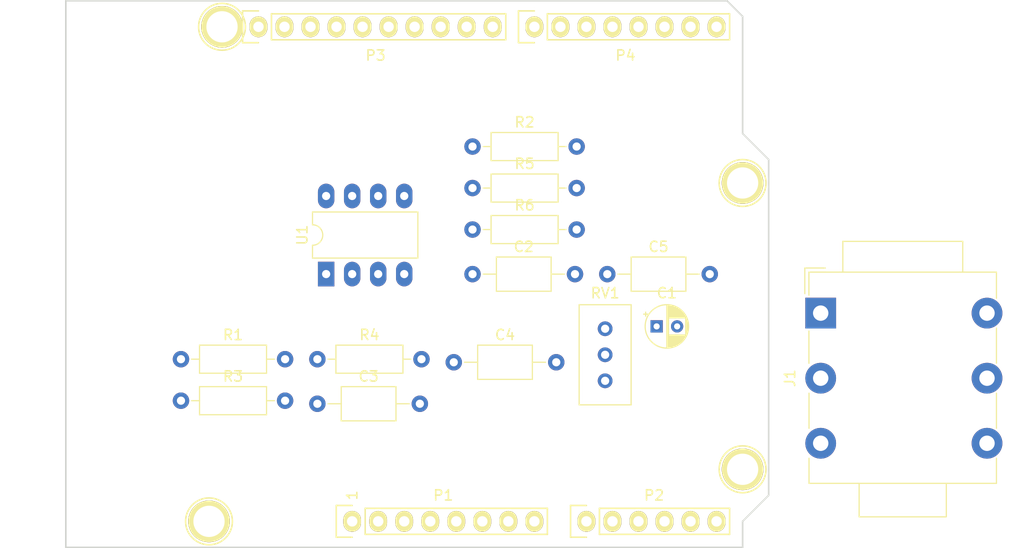
<source format=kicad_pcb>
(kicad_pcb (version 20171130) (host pcbnew "(5.1.4)-1")

  (general
    (thickness 1.6)
    (drawings 27)
    (tracks 0)
    (zones 0)
    (modules 22)
    (nets 43)
  )

  (page A4)
  (title_block
    (date "lun. 30 mars 2015")
  )

  (layers
    (0 F.Cu signal)
    (31 B.Cu signal)
    (32 B.Adhes user)
    (33 F.Adhes user)
    (34 B.Paste user)
    (35 F.Paste user)
    (36 B.SilkS user)
    (37 F.SilkS user)
    (38 B.Mask user)
    (39 F.Mask user)
    (40 Dwgs.User user)
    (41 Cmts.User user)
    (42 Eco1.User user)
    (43 Eco2.User user)
    (44 Edge.Cuts user)
    (45 Margin user)
    (46 B.CrtYd user)
    (47 F.CrtYd user)
    (48 B.Fab user)
    (49 F.Fab user)
  )

  (setup
    (last_trace_width 0.25)
    (trace_clearance 0.2)
    (zone_clearance 0.508)
    (zone_45_only no)
    (trace_min 0.2)
    (via_size 0.6)
    (via_drill 0.4)
    (via_min_size 0.4)
    (via_min_drill 0.3)
    (uvia_size 0.3)
    (uvia_drill 0.1)
    (uvias_allowed no)
    (uvia_min_size 0.2)
    (uvia_min_drill 0.1)
    (edge_width 0.15)
    (segment_width 0.15)
    (pcb_text_width 0.3)
    (pcb_text_size 1.5 1.5)
    (mod_edge_width 0.15)
    (mod_text_size 1 1)
    (mod_text_width 0.15)
    (pad_size 3 3)
    (pad_drill 1.5)
    (pad_to_mask_clearance 0)
    (aux_axis_origin 110.998 126.365)
    (grid_origin 110.998 126.365)
    (visible_elements 7FFFFFFF)
    (pcbplotparams
      (layerselection 0x00030_80000001)
      (usegerberextensions false)
      (usegerberattributes false)
      (usegerberadvancedattributes false)
      (creategerberjobfile false)
      (excludeedgelayer true)
      (linewidth 0.100000)
      (plotframeref false)
      (viasonmask false)
      (mode 1)
      (useauxorigin false)
      (hpglpennumber 1)
      (hpglpenspeed 20)
      (hpglpendiameter 15.000000)
      (psnegative false)
      (psa4output false)
      (plotreference true)
      (plotvalue true)
      (plotinvisibletext false)
      (padsonsilk false)
      (subtractmaskfromsilk false)
      (outputformat 1)
      (mirror false)
      (drillshape 1)
      (scaleselection 1)
      (outputdirectory ""))
  )

  (net 0 "")
  (net 1 /IOREF)
  (net 2 /Reset)
  (net 3 +5V)
  (net 4 GND)
  (net 5 /Vin)
  (net 6 /A0)
  (net 7 /A1)
  (net 8 /A2)
  (net 9 /A3)
  (net 10 /AREF)
  (net 11 "/A4(SDA)")
  (net 12 "/A5(SCL)")
  (net 13 "/9(**)")
  (net 14 /8)
  (net 15 /7)
  (net 16 "/6(**)")
  (net 17 "/5(**)")
  (net 18 /4)
  (net 19 "/3(**)")
  (net 20 /2)
  (net 21 "/1(Tx)")
  (net 22 "/0(Rx)")
  (net 23 "Net-(P5-Pad1)")
  (net 24 "Net-(P6-Pad1)")
  (net 25 "Net-(P7-Pad1)")
  (net 26 "Net-(P8-Pad1)")
  (net 27 "/13(SCK)")
  (net 28 "/10(**/SS)")
  (net 29 "Net-(P1-Pad1)")
  (net 30 +3V3)
  (net 31 "/12(MISO)")
  (net 32 "/11(**/MOSI)")
  (net 33 "Net-(C1-Pad1)")
  (net 34 "Net-(C2-Pad1)")
  (net 35 /FX_In)
  (net 36 "Net-(C3-Pad2)")
  (net 37 "Net-(C4-Pad2)")
  (net 38 "Net-(C4-Pad1)")
  (net 39 "Net-(R2-Pad1)")
  (net 40 VCC)
  (net 41 +2V5)
  (net 42 /Input_Jack)

  (net_class Default "This is the default net class."
    (clearance 0.2)
    (trace_width 0.25)
    (via_dia 0.6)
    (via_drill 0.4)
    (uvia_dia 0.3)
    (uvia_drill 0.1)
    (add_net +2V5)
    (add_net +3V3)
    (add_net +5V)
    (add_net "/0(Rx)")
    (add_net "/1(Tx)")
    (add_net "/10(**/SS)")
    (add_net "/11(**/MOSI)")
    (add_net "/12(MISO)")
    (add_net "/13(SCK)")
    (add_net /2)
    (add_net "/3(**)")
    (add_net /4)
    (add_net "/5(**)")
    (add_net "/6(**)")
    (add_net /7)
    (add_net /8)
    (add_net "/9(**)")
    (add_net /A0)
    (add_net /A1)
    (add_net /A2)
    (add_net /A3)
    (add_net "/A4(SDA)")
    (add_net "/A5(SCL)")
    (add_net /AREF)
    (add_net /FX_In)
    (add_net /IOREF)
    (add_net /Input_Jack)
    (add_net /Reset)
    (add_net /Vin)
    (add_net GND)
    (add_net "Net-(C1-Pad1)")
    (add_net "Net-(C2-Pad1)")
    (add_net "Net-(C3-Pad2)")
    (add_net "Net-(C4-Pad1)")
    (add_net "Net-(C4-Pad2)")
    (add_net "Net-(P1-Pad1)")
    (add_net "Net-(P5-Pad1)")
    (add_net "Net-(P6-Pad1)")
    (add_net "Net-(P7-Pad1)")
    (add_net "Net-(P8-Pad1)")
    (add_net "Net-(R2-Pad1)")
    (add_net VCC)
  )

  (module Socket_Arduino_Uno:Socket_Strip_Arduino_1x08 locked (layer F.Cu) (tedit 552168D2) (tstamp 551AF9EA)
    (at 138.938 123.825)
    (descr "Through hole socket strip")
    (tags "socket strip")
    (path /56D70129)
    (fp_text reference P1 (at 8.89 -2.54) (layer F.SilkS)
      (effects (font (size 1 1) (thickness 0.15)))
    )
    (fp_text value Power (at 8.89 -4.064) (layer F.Fab)
      (effects (font (size 1 1) (thickness 0.15)))
    )
    (fp_line (start -1.75 -1.75) (end -1.75 1.75) (layer F.CrtYd) (width 0.05))
    (fp_line (start 19.55 -1.75) (end 19.55 1.75) (layer F.CrtYd) (width 0.05))
    (fp_line (start -1.75 -1.75) (end 19.55 -1.75) (layer F.CrtYd) (width 0.05))
    (fp_line (start -1.75 1.75) (end 19.55 1.75) (layer F.CrtYd) (width 0.05))
    (fp_line (start 1.27 1.27) (end 19.05 1.27) (layer F.SilkS) (width 0.15))
    (fp_line (start 19.05 1.27) (end 19.05 -1.27) (layer F.SilkS) (width 0.15))
    (fp_line (start 19.05 -1.27) (end 1.27 -1.27) (layer F.SilkS) (width 0.15))
    (fp_line (start -1.55 1.55) (end 0 1.55) (layer F.SilkS) (width 0.15))
    (fp_line (start 1.27 1.27) (end 1.27 -1.27) (layer F.SilkS) (width 0.15))
    (fp_line (start 0 -1.55) (end -1.55 -1.55) (layer F.SilkS) (width 0.15))
    (fp_line (start -1.55 -1.55) (end -1.55 1.55) (layer F.SilkS) (width 0.15))
    (pad 1 thru_hole oval (at 0 0) (size 1.7272 2.032) (drill 1.016) (layers *.Cu *.Mask F.SilkS)
      (net 29 "Net-(P1-Pad1)"))
    (pad 2 thru_hole oval (at 2.54 0) (size 1.7272 2.032) (drill 1.016) (layers *.Cu *.Mask F.SilkS)
      (net 1 /IOREF))
    (pad 3 thru_hole oval (at 5.08 0) (size 1.7272 2.032) (drill 1.016) (layers *.Cu *.Mask F.SilkS)
      (net 2 /Reset))
    (pad 4 thru_hole oval (at 7.62 0) (size 1.7272 2.032) (drill 1.016) (layers *.Cu *.Mask F.SilkS)
      (net 30 +3V3))
    (pad 5 thru_hole oval (at 10.16 0) (size 1.7272 2.032) (drill 1.016) (layers *.Cu *.Mask F.SilkS)
      (net 3 +5V))
    (pad 6 thru_hole oval (at 12.7 0) (size 1.7272 2.032) (drill 1.016) (layers *.Cu *.Mask F.SilkS)
      (net 4 GND))
    (pad 7 thru_hole oval (at 15.24 0) (size 1.7272 2.032) (drill 1.016) (layers *.Cu *.Mask F.SilkS)
      (net 4 GND))
    (pad 8 thru_hole oval (at 17.78 0) (size 1.7272 2.032) (drill 1.016) (layers *.Cu *.Mask F.SilkS)
      (net 5 /Vin))
    (model ${KIPRJMOD}/Socket_Arduino_Uno.3dshapes/Socket_header_Arduino_1x08.wrl
      (offset (xyz 8.889999866485596 0 0))
      (scale (xyz 1 1 1))
      (rotate (xyz 0 0 180))
    )
  )

  (module Socket_Arduino_Uno:Socket_Strip_Arduino_1x06 locked (layer F.Cu) (tedit 552168D6) (tstamp 551AF9FF)
    (at 161.798 123.825)
    (descr "Through hole socket strip")
    (tags "socket strip")
    (path /56D70DD8)
    (fp_text reference P2 (at 6.604 -2.54) (layer F.SilkS)
      (effects (font (size 1 1) (thickness 0.15)))
    )
    (fp_text value Analog (at 6.604 -4.064) (layer F.Fab)
      (effects (font (size 1 1) (thickness 0.15)))
    )
    (fp_line (start -1.75 -1.75) (end -1.75 1.75) (layer F.CrtYd) (width 0.05))
    (fp_line (start 14.45 -1.75) (end 14.45 1.75) (layer F.CrtYd) (width 0.05))
    (fp_line (start -1.75 -1.75) (end 14.45 -1.75) (layer F.CrtYd) (width 0.05))
    (fp_line (start -1.75 1.75) (end 14.45 1.75) (layer F.CrtYd) (width 0.05))
    (fp_line (start 1.27 1.27) (end 13.97 1.27) (layer F.SilkS) (width 0.15))
    (fp_line (start 13.97 1.27) (end 13.97 -1.27) (layer F.SilkS) (width 0.15))
    (fp_line (start 13.97 -1.27) (end 1.27 -1.27) (layer F.SilkS) (width 0.15))
    (fp_line (start -1.55 1.55) (end 0 1.55) (layer F.SilkS) (width 0.15))
    (fp_line (start 1.27 1.27) (end 1.27 -1.27) (layer F.SilkS) (width 0.15))
    (fp_line (start 0 -1.55) (end -1.55 -1.55) (layer F.SilkS) (width 0.15))
    (fp_line (start -1.55 -1.55) (end -1.55 1.55) (layer F.SilkS) (width 0.15))
    (pad 1 thru_hole oval (at 0 0) (size 1.7272 2.032) (drill 1.016) (layers *.Cu *.Mask F.SilkS)
      (net 6 /A0))
    (pad 2 thru_hole oval (at 2.54 0) (size 1.7272 2.032) (drill 1.016) (layers *.Cu *.Mask F.SilkS)
      (net 7 /A1))
    (pad 3 thru_hole oval (at 5.08 0) (size 1.7272 2.032) (drill 1.016) (layers *.Cu *.Mask F.SilkS)
      (net 8 /A2))
    (pad 4 thru_hole oval (at 7.62 0) (size 1.7272 2.032) (drill 1.016) (layers *.Cu *.Mask F.SilkS)
      (net 9 /A3))
    (pad 5 thru_hole oval (at 10.16 0) (size 1.7272 2.032) (drill 1.016) (layers *.Cu *.Mask F.SilkS)
      (net 11 "/A4(SDA)"))
    (pad 6 thru_hole oval (at 12.7 0) (size 1.7272 2.032) (drill 1.016) (layers *.Cu *.Mask F.SilkS)
      (net 12 "/A5(SCL)"))
    (model ${KIPRJMOD}/Socket_Arduino_Uno.3dshapes/Socket_header_Arduino_1x06.wrl
      (offset (xyz 6.349999904632568 0 0))
      (scale (xyz 1 1 1))
      (rotate (xyz 0 0 180))
    )
  )

  (module Socket_Arduino_Uno:Socket_Strip_Arduino_1x10 locked (layer F.Cu) (tedit 552168BF) (tstamp 551AFA18)
    (at 129.794 75.565)
    (descr "Through hole socket strip")
    (tags "socket strip")
    (path /56D721E0)
    (fp_text reference P3 (at 11.43 2.794) (layer F.SilkS)
      (effects (font (size 1 1) (thickness 0.15)))
    )
    (fp_text value Digital (at 11.43 4.318) (layer F.Fab)
      (effects (font (size 1 1) (thickness 0.15)))
    )
    (fp_line (start -1.75 -1.75) (end -1.75 1.75) (layer F.CrtYd) (width 0.05))
    (fp_line (start 24.65 -1.75) (end 24.65 1.75) (layer F.CrtYd) (width 0.05))
    (fp_line (start -1.75 -1.75) (end 24.65 -1.75) (layer F.CrtYd) (width 0.05))
    (fp_line (start -1.75 1.75) (end 24.65 1.75) (layer F.CrtYd) (width 0.05))
    (fp_line (start 1.27 1.27) (end 24.13 1.27) (layer F.SilkS) (width 0.15))
    (fp_line (start 24.13 1.27) (end 24.13 -1.27) (layer F.SilkS) (width 0.15))
    (fp_line (start 24.13 -1.27) (end 1.27 -1.27) (layer F.SilkS) (width 0.15))
    (fp_line (start -1.55 1.55) (end 0 1.55) (layer F.SilkS) (width 0.15))
    (fp_line (start 1.27 1.27) (end 1.27 -1.27) (layer F.SilkS) (width 0.15))
    (fp_line (start 0 -1.55) (end -1.55 -1.55) (layer F.SilkS) (width 0.15))
    (fp_line (start -1.55 -1.55) (end -1.55 1.55) (layer F.SilkS) (width 0.15))
    (pad 1 thru_hole oval (at 0 0) (size 1.7272 2.032) (drill 1.016) (layers *.Cu *.Mask F.SilkS)
      (net 12 "/A5(SCL)"))
    (pad 2 thru_hole oval (at 2.54 0) (size 1.7272 2.032) (drill 1.016) (layers *.Cu *.Mask F.SilkS)
      (net 11 "/A4(SDA)"))
    (pad 3 thru_hole oval (at 5.08 0) (size 1.7272 2.032) (drill 1.016) (layers *.Cu *.Mask F.SilkS)
      (net 10 /AREF))
    (pad 4 thru_hole oval (at 7.62 0) (size 1.7272 2.032) (drill 1.016) (layers *.Cu *.Mask F.SilkS)
      (net 4 GND))
    (pad 5 thru_hole oval (at 10.16 0) (size 1.7272 2.032) (drill 1.016) (layers *.Cu *.Mask F.SilkS)
      (net 27 "/13(SCK)"))
    (pad 6 thru_hole oval (at 12.7 0) (size 1.7272 2.032) (drill 1.016) (layers *.Cu *.Mask F.SilkS)
      (net 31 "/12(MISO)"))
    (pad 7 thru_hole oval (at 15.24 0) (size 1.7272 2.032) (drill 1.016) (layers *.Cu *.Mask F.SilkS)
      (net 32 "/11(**/MOSI)"))
    (pad 8 thru_hole oval (at 17.78 0) (size 1.7272 2.032) (drill 1.016) (layers *.Cu *.Mask F.SilkS)
      (net 28 "/10(**/SS)"))
    (pad 9 thru_hole oval (at 20.32 0) (size 1.7272 2.032) (drill 1.016) (layers *.Cu *.Mask F.SilkS)
      (net 13 "/9(**)"))
    (pad 10 thru_hole oval (at 22.86 0) (size 1.7272 2.032) (drill 1.016) (layers *.Cu *.Mask F.SilkS)
      (net 14 /8))
    (model ${KIPRJMOD}/Socket_Arduino_Uno.3dshapes/Socket_header_Arduino_1x10.wrl
      (offset (xyz 11.42999982833862 0 0))
      (scale (xyz 1 1 1))
      (rotate (xyz 0 0 180))
    )
  )

  (module Socket_Arduino_Uno:Socket_Strip_Arduino_1x08 locked (layer F.Cu) (tedit 552168C7) (tstamp 551AFA2F)
    (at 156.718 75.565)
    (descr "Through hole socket strip")
    (tags "socket strip")
    (path /56D7164F)
    (fp_text reference P4 (at 8.89 2.794) (layer F.SilkS)
      (effects (font (size 1 1) (thickness 0.15)))
    )
    (fp_text value Digital (at 8.89 4.318) (layer F.Fab)
      (effects (font (size 1 1) (thickness 0.15)))
    )
    (fp_line (start -1.75 -1.75) (end -1.75 1.75) (layer F.CrtYd) (width 0.05))
    (fp_line (start 19.55 -1.75) (end 19.55 1.75) (layer F.CrtYd) (width 0.05))
    (fp_line (start -1.75 -1.75) (end 19.55 -1.75) (layer F.CrtYd) (width 0.05))
    (fp_line (start -1.75 1.75) (end 19.55 1.75) (layer F.CrtYd) (width 0.05))
    (fp_line (start 1.27 1.27) (end 19.05 1.27) (layer F.SilkS) (width 0.15))
    (fp_line (start 19.05 1.27) (end 19.05 -1.27) (layer F.SilkS) (width 0.15))
    (fp_line (start 19.05 -1.27) (end 1.27 -1.27) (layer F.SilkS) (width 0.15))
    (fp_line (start -1.55 1.55) (end 0 1.55) (layer F.SilkS) (width 0.15))
    (fp_line (start 1.27 1.27) (end 1.27 -1.27) (layer F.SilkS) (width 0.15))
    (fp_line (start 0 -1.55) (end -1.55 -1.55) (layer F.SilkS) (width 0.15))
    (fp_line (start -1.55 -1.55) (end -1.55 1.55) (layer F.SilkS) (width 0.15))
    (pad 1 thru_hole oval (at 0 0) (size 1.7272 2.032) (drill 1.016) (layers *.Cu *.Mask F.SilkS)
      (net 15 /7))
    (pad 2 thru_hole oval (at 2.54 0) (size 1.7272 2.032) (drill 1.016) (layers *.Cu *.Mask F.SilkS)
      (net 16 "/6(**)"))
    (pad 3 thru_hole oval (at 5.08 0) (size 1.7272 2.032) (drill 1.016) (layers *.Cu *.Mask F.SilkS)
      (net 17 "/5(**)"))
    (pad 4 thru_hole oval (at 7.62 0) (size 1.7272 2.032) (drill 1.016) (layers *.Cu *.Mask F.SilkS)
      (net 18 /4))
    (pad 5 thru_hole oval (at 10.16 0) (size 1.7272 2.032) (drill 1.016) (layers *.Cu *.Mask F.SilkS)
      (net 19 "/3(**)"))
    (pad 6 thru_hole oval (at 12.7 0) (size 1.7272 2.032) (drill 1.016) (layers *.Cu *.Mask F.SilkS)
      (net 20 /2))
    (pad 7 thru_hole oval (at 15.24 0) (size 1.7272 2.032) (drill 1.016) (layers *.Cu *.Mask F.SilkS)
      (net 21 "/1(Tx)"))
    (pad 8 thru_hole oval (at 17.78 0) (size 1.7272 2.032) (drill 1.016) (layers *.Cu *.Mask F.SilkS)
      (net 22 "/0(Rx)"))
    (model ${KIPRJMOD}/Socket_Arduino_Uno.3dshapes/Socket_header_Arduino_1x08.wrl
      (offset (xyz 8.889999866485596 0 0))
      (scale (xyz 1 1 1))
      (rotate (xyz 0 0 180))
    )
  )

  (module Socket_Arduino_Uno:Arduino_1pin locked (layer F.Cu) (tedit 5524FC39) (tstamp 5524FC3F)
    (at 124.968 123.825)
    (descr "module 1 pin (ou trou mecanique de percage)")
    (tags DEV)
    (path /56D71177)
    (fp_text reference P5 (at 0 -3.048) (layer F.SilkS) hide
      (effects (font (size 1 1) (thickness 0.15)))
    )
    (fp_text value CONN_01X01 (at 0 2.794) (layer F.Fab) hide
      (effects (font (size 1 1) (thickness 0.15)))
    )
    (fp_circle (center 0 0) (end 0 -2.286) (layer F.SilkS) (width 0.15))
    (pad 1 thru_hole circle (at 0 0) (size 4.064 4.064) (drill 3.048) (layers *.Cu *.Mask F.SilkS)
      (net 23 "Net-(P5-Pad1)"))
  )

  (module Socket_Arduino_Uno:Arduino_1pin locked (layer F.Cu) (tedit 5524FC4A) (tstamp 5524FC44)
    (at 177.038 118.745)
    (descr "module 1 pin (ou trou mecanique de percage)")
    (tags DEV)
    (path /56D71274)
    (fp_text reference P6 (at 0 -3.048) (layer F.SilkS) hide
      (effects (font (size 1 1) (thickness 0.15)))
    )
    (fp_text value CONN_01X01 (at 0 2.794) (layer F.Fab) hide
      (effects (font (size 1 1) (thickness 0.15)))
    )
    (fp_circle (center 0 0) (end 0 -2.286) (layer F.SilkS) (width 0.15))
    (pad 1 thru_hole circle (at 0 0) (size 4.064 4.064) (drill 3.048) (layers *.Cu *.Mask F.SilkS)
      (net 24 "Net-(P6-Pad1)"))
  )

  (module Socket_Arduino_Uno:Arduino_1pin locked (layer F.Cu) (tedit 5524FC2F) (tstamp 5524FC49)
    (at 126.238 75.565)
    (descr "module 1 pin (ou trou mecanique de percage)")
    (tags DEV)
    (path /56D712A8)
    (fp_text reference P7 (at 0 -3.048) (layer F.SilkS) hide
      (effects (font (size 1 1) (thickness 0.15)))
    )
    (fp_text value CONN_01X01 (at 0 2.794) (layer F.Fab) hide
      (effects (font (size 1 1) (thickness 0.15)))
    )
    (fp_circle (center 0 0) (end 0 -2.286) (layer F.SilkS) (width 0.15))
    (pad 1 thru_hole circle (at 0 0) (size 4.064 4.064) (drill 3.048) (layers *.Cu *.Mask F.SilkS)
      (net 25 "Net-(P7-Pad1)"))
  )

  (module Socket_Arduino_Uno:Arduino_1pin locked (layer F.Cu) (tedit 5524FC41) (tstamp 5524FC4E)
    (at 177.038 90.805)
    (descr "module 1 pin (ou trou mecanique de percage)")
    (tags DEV)
    (path /56D712DB)
    (fp_text reference P8 (at 0 -3.048) (layer F.SilkS) hide
      (effects (font (size 1 1) (thickness 0.15)))
    )
    (fp_text value CONN_01X01 (at 0 2.794) (layer F.Fab) hide
      (effects (font (size 1 1) (thickness 0.15)))
    )
    (fp_circle (center 0 0) (end 0 -2.286) (layer F.SilkS) (width 0.15))
    (pad 1 thru_hole circle (at 0 0) (size 4.064 4.064) (drill 3.048) (layers *.Cu *.Mask F.SilkS)
      (net 26 "Net-(P8-Pad1)"))
  )

  (module Capacitor_THT:CP_Radial_D4.0mm_P2.00mm (layer F.Cu) (tedit 5AE50EF0) (tstamp 5DAD357A)
    (at 168.647802 104.800001)
    (descr "CP, Radial series, Radial, pin pitch=2.00mm, , diameter=4mm, Electrolytic Capacitor")
    (tags "CP Radial series Radial pin pitch 2.00mm  diameter 4mm Electrolytic Capacitor")
    (path /5DB3C83A)
    (fp_text reference C1 (at 1 -3.25) (layer F.SilkS)
      (effects (font (size 1 1) (thickness 0.15)))
    )
    (fp_text value CP1 (at 1 3.25) (layer F.Fab)
      (effects (font (size 1 1) (thickness 0.15)))
    )
    (fp_circle (center 1 0) (end 3 0) (layer F.Fab) (width 0.1))
    (fp_circle (center 1 0) (end 3.12 0) (layer F.SilkS) (width 0.12))
    (fp_circle (center 1 0) (end 3.25 0) (layer F.CrtYd) (width 0.05))
    (fp_line (start -0.702554 -0.8675) (end -0.302554 -0.8675) (layer F.Fab) (width 0.1))
    (fp_line (start -0.502554 -1.0675) (end -0.502554 -0.6675) (layer F.Fab) (width 0.1))
    (fp_line (start 1 -2.08) (end 1 2.08) (layer F.SilkS) (width 0.12))
    (fp_line (start 1.04 -2.08) (end 1.04 2.08) (layer F.SilkS) (width 0.12))
    (fp_line (start 1.08 -2.079) (end 1.08 2.079) (layer F.SilkS) (width 0.12))
    (fp_line (start 1.12 -2.077) (end 1.12 2.077) (layer F.SilkS) (width 0.12))
    (fp_line (start 1.16 -2.074) (end 1.16 2.074) (layer F.SilkS) (width 0.12))
    (fp_line (start 1.2 -2.071) (end 1.2 -0.84) (layer F.SilkS) (width 0.12))
    (fp_line (start 1.2 0.84) (end 1.2 2.071) (layer F.SilkS) (width 0.12))
    (fp_line (start 1.24 -2.067) (end 1.24 -0.84) (layer F.SilkS) (width 0.12))
    (fp_line (start 1.24 0.84) (end 1.24 2.067) (layer F.SilkS) (width 0.12))
    (fp_line (start 1.28 -2.062) (end 1.28 -0.84) (layer F.SilkS) (width 0.12))
    (fp_line (start 1.28 0.84) (end 1.28 2.062) (layer F.SilkS) (width 0.12))
    (fp_line (start 1.32 -2.056) (end 1.32 -0.84) (layer F.SilkS) (width 0.12))
    (fp_line (start 1.32 0.84) (end 1.32 2.056) (layer F.SilkS) (width 0.12))
    (fp_line (start 1.36 -2.05) (end 1.36 -0.84) (layer F.SilkS) (width 0.12))
    (fp_line (start 1.36 0.84) (end 1.36 2.05) (layer F.SilkS) (width 0.12))
    (fp_line (start 1.4 -2.042) (end 1.4 -0.84) (layer F.SilkS) (width 0.12))
    (fp_line (start 1.4 0.84) (end 1.4 2.042) (layer F.SilkS) (width 0.12))
    (fp_line (start 1.44 -2.034) (end 1.44 -0.84) (layer F.SilkS) (width 0.12))
    (fp_line (start 1.44 0.84) (end 1.44 2.034) (layer F.SilkS) (width 0.12))
    (fp_line (start 1.48 -2.025) (end 1.48 -0.84) (layer F.SilkS) (width 0.12))
    (fp_line (start 1.48 0.84) (end 1.48 2.025) (layer F.SilkS) (width 0.12))
    (fp_line (start 1.52 -2.016) (end 1.52 -0.84) (layer F.SilkS) (width 0.12))
    (fp_line (start 1.52 0.84) (end 1.52 2.016) (layer F.SilkS) (width 0.12))
    (fp_line (start 1.56 -2.005) (end 1.56 -0.84) (layer F.SilkS) (width 0.12))
    (fp_line (start 1.56 0.84) (end 1.56 2.005) (layer F.SilkS) (width 0.12))
    (fp_line (start 1.6 -1.994) (end 1.6 -0.84) (layer F.SilkS) (width 0.12))
    (fp_line (start 1.6 0.84) (end 1.6 1.994) (layer F.SilkS) (width 0.12))
    (fp_line (start 1.64 -1.982) (end 1.64 -0.84) (layer F.SilkS) (width 0.12))
    (fp_line (start 1.64 0.84) (end 1.64 1.982) (layer F.SilkS) (width 0.12))
    (fp_line (start 1.68 -1.968) (end 1.68 -0.84) (layer F.SilkS) (width 0.12))
    (fp_line (start 1.68 0.84) (end 1.68 1.968) (layer F.SilkS) (width 0.12))
    (fp_line (start 1.721 -1.954) (end 1.721 -0.84) (layer F.SilkS) (width 0.12))
    (fp_line (start 1.721 0.84) (end 1.721 1.954) (layer F.SilkS) (width 0.12))
    (fp_line (start 1.761 -1.94) (end 1.761 -0.84) (layer F.SilkS) (width 0.12))
    (fp_line (start 1.761 0.84) (end 1.761 1.94) (layer F.SilkS) (width 0.12))
    (fp_line (start 1.801 -1.924) (end 1.801 -0.84) (layer F.SilkS) (width 0.12))
    (fp_line (start 1.801 0.84) (end 1.801 1.924) (layer F.SilkS) (width 0.12))
    (fp_line (start 1.841 -1.907) (end 1.841 -0.84) (layer F.SilkS) (width 0.12))
    (fp_line (start 1.841 0.84) (end 1.841 1.907) (layer F.SilkS) (width 0.12))
    (fp_line (start 1.881 -1.889) (end 1.881 -0.84) (layer F.SilkS) (width 0.12))
    (fp_line (start 1.881 0.84) (end 1.881 1.889) (layer F.SilkS) (width 0.12))
    (fp_line (start 1.921 -1.87) (end 1.921 -0.84) (layer F.SilkS) (width 0.12))
    (fp_line (start 1.921 0.84) (end 1.921 1.87) (layer F.SilkS) (width 0.12))
    (fp_line (start 1.961 -1.851) (end 1.961 -0.84) (layer F.SilkS) (width 0.12))
    (fp_line (start 1.961 0.84) (end 1.961 1.851) (layer F.SilkS) (width 0.12))
    (fp_line (start 2.001 -1.83) (end 2.001 -0.84) (layer F.SilkS) (width 0.12))
    (fp_line (start 2.001 0.84) (end 2.001 1.83) (layer F.SilkS) (width 0.12))
    (fp_line (start 2.041 -1.808) (end 2.041 -0.84) (layer F.SilkS) (width 0.12))
    (fp_line (start 2.041 0.84) (end 2.041 1.808) (layer F.SilkS) (width 0.12))
    (fp_line (start 2.081 -1.785) (end 2.081 -0.84) (layer F.SilkS) (width 0.12))
    (fp_line (start 2.081 0.84) (end 2.081 1.785) (layer F.SilkS) (width 0.12))
    (fp_line (start 2.121 -1.76) (end 2.121 -0.84) (layer F.SilkS) (width 0.12))
    (fp_line (start 2.121 0.84) (end 2.121 1.76) (layer F.SilkS) (width 0.12))
    (fp_line (start 2.161 -1.735) (end 2.161 -0.84) (layer F.SilkS) (width 0.12))
    (fp_line (start 2.161 0.84) (end 2.161 1.735) (layer F.SilkS) (width 0.12))
    (fp_line (start 2.201 -1.708) (end 2.201 -0.84) (layer F.SilkS) (width 0.12))
    (fp_line (start 2.201 0.84) (end 2.201 1.708) (layer F.SilkS) (width 0.12))
    (fp_line (start 2.241 -1.68) (end 2.241 -0.84) (layer F.SilkS) (width 0.12))
    (fp_line (start 2.241 0.84) (end 2.241 1.68) (layer F.SilkS) (width 0.12))
    (fp_line (start 2.281 -1.65) (end 2.281 -0.84) (layer F.SilkS) (width 0.12))
    (fp_line (start 2.281 0.84) (end 2.281 1.65) (layer F.SilkS) (width 0.12))
    (fp_line (start 2.321 -1.619) (end 2.321 -0.84) (layer F.SilkS) (width 0.12))
    (fp_line (start 2.321 0.84) (end 2.321 1.619) (layer F.SilkS) (width 0.12))
    (fp_line (start 2.361 -1.587) (end 2.361 -0.84) (layer F.SilkS) (width 0.12))
    (fp_line (start 2.361 0.84) (end 2.361 1.587) (layer F.SilkS) (width 0.12))
    (fp_line (start 2.401 -1.552) (end 2.401 -0.84) (layer F.SilkS) (width 0.12))
    (fp_line (start 2.401 0.84) (end 2.401 1.552) (layer F.SilkS) (width 0.12))
    (fp_line (start 2.441 -1.516) (end 2.441 -0.84) (layer F.SilkS) (width 0.12))
    (fp_line (start 2.441 0.84) (end 2.441 1.516) (layer F.SilkS) (width 0.12))
    (fp_line (start 2.481 -1.478) (end 2.481 -0.84) (layer F.SilkS) (width 0.12))
    (fp_line (start 2.481 0.84) (end 2.481 1.478) (layer F.SilkS) (width 0.12))
    (fp_line (start 2.521 -1.438) (end 2.521 -0.84) (layer F.SilkS) (width 0.12))
    (fp_line (start 2.521 0.84) (end 2.521 1.438) (layer F.SilkS) (width 0.12))
    (fp_line (start 2.561 -1.396) (end 2.561 -0.84) (layer F.SilkS) (width 0.12))
    (fp_line (start 2.561 0.84) (end 2.561 1.396) (layer F.SilkS) (width 0.12))
    (fp_line (start 2.601 -1.351) (end 2.601 -0.84) (layer F.SilkS) (width 0.12))
    (fp_line (start 2.601 0.84) (end 2.601 1.351) (layer F.SilkS) (width 0.12))
    (fp_line (start 2.641 -1.304) (end 2.641 -0.84) (layer F.SilkS) (width 0.12))
    (fp_line (start 2.641 0.84) (end 2.641 1.304) (layer F.SilkS) (width 0.12))
    (fp_line (start 2.681 -1.254) (end 2.681 -0.84) (layer F.SilkS) (width 0.12))
    (fp_line (start 2.681 0.84) (end 2.681 1.254) (layer F.SilkS) (width 0.12))
    (fp_line (start 2.721 -1.2) (end 2.721 -0.84) (layer F.SilkS) (width 0.12))
    (fp_line (start 2.721 0.84) (end 2.721 1.2) (layer F.SilkS) (width 0.12))
    (fp_line (start 2.761 -1.142) (end 2.761 -0.84) (layer F.SilkS) (width 0.12))
    (fp_line (start 2.761 0.84) (end 2.761 1.142) (layer F.SilkS) (width 0.12))
    (fp_line (start 2.801 -1.08) (end 2.801 -0.84) (layer F.SilkS) (width 0.12))
    (fp_line (start 2.801 0.84) (end 2.801 1.08) (layer F.SilkS) (width 0.12))
    (fp_line (start 2.841 -1.013) (end 2.841 1.013) (layer F.SilkS) (width 0.12))
    (fp_line (start 2.881 -0.94) (end 2.881 0.94) (layer F.SilkS) (width 0.12))
    (fp_line (start 2.921 -0.859) (end 2.921 0.859) (layer F.SilkS) (width 0.12))
    (fp_line (start 2.961 -0.768) (end 2.961 0.768) (layer F.SilkS) (width 0.12))
    (fp_line (start 3.001 -0.664) (end 3.001 0.664) (layer F.SilkS) (width 0.12))
    (fp_line (start 3.041 -0.537) (end 3.041 0.537) (layer F.SilkS) (width 0.12))
    (fp_line (start 3.081 -0.37) (end 3.081 0.37) (layer F.SilkS) (width 0.12))
    (fp_line (start -1.269801 -1.195) (end -0.869801 -1.195) (layer F.SilkS) (width 0.12))
    (fp_line (start -1.069801 -1.395) (end -1.069801 -0.995) (layer F.SilkS) (width 0.12))
    (fp_text user %R (at 1 0) (layer F.Fab)
      (effects (font (size 0.8 0.8) (thickness 0.12)))
    )
    (pad 1 thru_hole rect (at 0 0) (size 1.2 1.2) (drill 0.6) (layers *.Cu *.Mask)
      (net 33 "Net-(C1-Pad1)"))
    (pad 2 thru_hole circle (at 2 0) (size 1.2 1.2) (drill 0.6) (layers *.Cu *.Mask)
      (net 4 GND))
    (model ${KISYS3DMOD}/Capacitor_THT.3dshapes/CP_Radial_D4.0mm_P2.00mm.wrl
      (at (xyz 0 0 0))
      (scale (xyz 1 1 1))
      (rotate (xyz 0 0 0))
    )
  )

  (module Capacitor_THT:C_Axial_L5.1mm_D3.1mm_P10.00mm_Horizontal (layer F.Cu) (tedit 5AE50EF0) (tstamp 5DAD3591)
    (at 150.683001 99.700001)
    (descr "C, Axial series, Axial, Horizontal, pin pitch=10mm, , length*diameter=5.1*3.1mm^2, http://www.vishay.com/docs/45231/arseries.pdf")
    (tags "C Axial series Axial Horizontal pin pitch 10mm  length 5.1mm diameter 3.1mm")
    (path /5DB1110D)
    (fp_text reference C2 (at 5 -2.67) (layer F.SilkS)
      (effects (font (size 1 1) (thickness 0.15)))
    )
    (fp_text value 0.1u (at 5 2.67) (layer F.Fab)
      (effects (font (size 1 1) (thickness 0.15)))
    )
    (fp_line (start 2.45 -1.55) (end 2.45 1.55) (layer F.Fab) (width 0.1))
    (fp_line (start 2.45 1.55) (end 7.55 1.55) (layer F.Fab) (width 0.1))
    (fp_line (start 7.55 1.55) (end 7.55 -1.55) (layer F.Fab) (width 0.1))
    (fp_line (start 7.55 -1.55) (end 2.45 -1.55) (layer F.Fab) (width 0.1))
    (fp_line (start 0 0) (end 2.45 0) (layer F.Fab) (width 0.1))
    (fp_line (start 10 0) (end 7.55 0) (layer F.Fab) (width 0.1))
    (fp_line (start 2.33 -1.67) (end 2.33 1.67) (layer F.SilkS) (width 0.12))
    (fp_line (start 2.33 1.67) (end 7.67 1.67) (layer F.SilkS) (width 0.12))
    (fp_line (start 7.67 1.67) (end 7.67 -1.67) (layer F.SilkS) (width 0.12))
    (fp_line (start 7.67 -1.67) (end 2.33 -1.67) (layer F.SilkS) (width 0.12))
    (fp_line (start 1.04 0) (end 2.33 0) (layer F.SilkS) (width 0.12))
    (fp_line (start 8.96 0) (end 7.67 0) (layer F.SilkS) (width 0.12))
    (fp_line (start -1.05 -1.8) (end -1.05 1.8) (layer F.CrtYd) (width 0.05))
    (fp_line (start -1.05 1.8) (end 11.05 1.8) (layer F.CrtYd) (width 0.05))
    (fp_line (start 11.05 1.8) (end 11.05 -1.8) (layer F.CrtYd) (width 0.05))
    (fp_line (start 11.05 -1.8) (end -1.05 -1.8) (layer F.CrtYd) (width 0.05))
    (fp_text user %R (at 5 0) (layer F.Fab)
      (effects (font (size 1 1) (thickness 0.15)))
    )
    (pad 1 thru_hole circle (at 0 0) (size 1.6 1.6) (drill 0.8) (layers *.Cu *.Mask)
      (net 34 "Net-(C2-Pad1)"))
    (pad 2 thru_hole oval (at 10 0) (size 1.6 1.6) (drill 0.8) (layers *.Cu *.Mask)
      (net 35 /FX_In))
    (model ${KISYS3DMOD}/Capacitor_THT.3dshapes/C_Axial_L5.1mm_D3.1mm_P10.00mm_Horizontal.wrl
      (at (xyz 0 0 0))
      (scale (xyz 1 1 1))
      (rotate (xyz 0 0 0))
    )
  )

  (module Capacitor_THT:C_Axial_L5.1mm_D3.1mm_P10.00mm_Horizontal (layer F.Cu) (tedit 5AE50EF0) (tstamp 5DAD35A8)
    (at 135.543001 112.350001)
    (descr "C, Axial series, Axial, Horizontal, pin pitch=10mm, , length*diameter=5.1*3.1mm^2, http://www.vishay.com/docs/45231/arseries.pdf")
    (tags "C Axial series Axial Horizontal pin pitch 10mm  length 5.1mm diameter 3.1mm")
    (path /5DB18F7F)
    (fp_text reference C3 (at 5 -2.67) (layer F.SilkS)
      (effects (font (size 1 1) (thickness 0.15)))
    )
    (fp_text value 6.8n (at 5 2.67) (layer F.Fab)
      (effects (font (size 1 1) (thickness 0.15)))
    )
    (fp_line (start 2.45 -1.55) (end 2.45 1.55) (layer F.Fab) (width 0.1))
    (fp_line (start 2.45 1.55) (end 7.55 1.55) (layer F.Fab) (width 0.1))
    (fp_line (start 7.55 1.55) (end 7.55 -1.55) (layer F.Fab) (width 0.1))
    (fp_line (start 7.55 -1.55) (end 2.45 -1.55) (layer F.Fab) (width 0.1))
    (fp_line (start 0 0) (end 2.45 0) (layer F.Fab) (width 0.1))
    (fp_line (start 10 0) (end 7.55 0) (layer F.Fab) (width 0.1))
    (fp_line (start 2.33 -1.67) (end 2.33 1.67) (layer F.SilkS) (width 0.12))
    (fp_line (start 2.33 1.67) (end 7.67 1.67) (layer F.SilkS) (width 0.12))
    (fp_line (start 7.67 1.67) (end 7.67 -1.67) (layer F.SilkS) (width 0.12))
    (fp_line (start 7.67 -1.67) (end 2.33 -1.67) (layer F.SilkS) (width 0.12))
    (fp_line (start 1.04 0) (end 2.33 0) (layer F.SilkS) (width 0.12))
    (fp_line (start 8.96 0) (end 7.67 0) (layer F.SilkS) (width 0.12))
    (fp_line (start -1.05 -1.8) (end -1.05 1.8) (layer F.CrtYd) (width 0.05))
    (fp_line (start -1.05 1.8) (end 11.05 1.8) (layer F.CrtYd) (width 0.05))
    (fp_line (start 11.05 1.8) (end 11.05 -1.8) (layer F.CrtYd) (width 0.05))
    (fp_line (start 11.05 -1.8) (end -1.05 -1.8) (layer F.CrtYd) (width 0.05))
    (fp_text user %R (at 5 0) (layer F.Fab)
      (effects (font (size 1 1) (thickness 0.15)))
    )
    (pad 1 thru_hole circle (at 0 0) (size 1.6 1.6) (drill 0.8) (layers *.Cu *.Mask)
      (net 4 GND))
    (pad 2 thru_hole oval (at 10 0) (size 1.6 1.6) (drill 0.8) (layers *.Cu *.Mask)
      (net 36 "Net-(C3-Pad2)"))
    (model ${KISYS3DMOD}/Capacitor_THT.3dshapes/C_Axial_L5.1mm_D3.1mm_P10.00mm_Horizontal.wrl
      (at (xyz 0 0 0))
      (scale (xyz 1 1 1))
      (rotate (xyz 0 0 0))
    )
  )

  (module Capacitor_THT:C_Axial_L5.1mm_D3.1mm_P10.00mm_Horizontal (layer F.Cu) (tedit 5AE50EF0) (tstamp 5DAD35BF)
    (at 148.853001 108.300001)
    (descr "C, Axial series, Axial, Horizontal, pin pitch=10mm, , length*diameter=5.1*3.1mm^2, http://www.vishay.com/docs/45231/arseries.pdf")
    (tags "C Axial series Axial Horizontal pin pitch 10mm  length 5.1mm diameter 3.1mm")
    (path /5DB11A67)
    (fp_text reference C4 (at 5 -2.67) (layer F.SilkS)
      (effects (font (size 1 1) (thickness 0.15)))
    )
    (fp_text value 270p (at 5 2.67) (layer F.Fab)
      (effects (font (size 1 1) (thickness 0.15)))
    )
    (fp_text user %R (at 5 0) (layer F.Fab)
      (effects (font (size 1 1) (thickness 0.15)))
    )
    (fp_line (start 11.05 -1.8) (end -1.05 -1.8) (layer F.CrtYd) (width 0.05))
    (fp_line (start 11.05 1.8) (end 11.05 -1.8) (layer F.CrtYd) (width 0.05))
    (fp_line (start -1.05 1.8) (end 11.05 1.8) (layer F.CrtYd) (width 0.05))
    (fp_line (start -1.05 -1.8) (end -1.05 1.8) (layer F.CrtYd) (width 0.05))
    (fp_line (start 8.96 0) (end 7.67 0) (layer F.SilkS) (width 0.12))
    (fp_line (start 1.04 0) (end 2.33 0) (layer F.SilkS) (width 0.12))
    (fp_line (start 7.67 -1.67) (end 2.33 -1.67) (layer F.SilkS) (width 0.12))
    (fp_line (start 7.67 1.67) (end 7.67 -1.67) (layer F.SilkS) (width 0.12))
    (fp_line (start 2.33 1.67) (end 7.67 1.67) (layer F.SilkS) (width 0.12))
    (fp_line (start 2.33 -1.67) (end 2.33 1.67) (layer F.SilkS) (width 0.12))
    (fp_line (start 10 0) (end 7.55 0) (layer F.Fab) (width 0.1))
    (fp_line (start 0 0) (end 2.45 0) (layer F.Fab) (width 0.1))
    (fp_line (start 7.55 -1.55) (end 2.45 -1.55) (layer F.Fab) (width 0.1))
    (fp_line (start 7.55 1.55) (end 7.55 -1.55) (layer F.Fab) (width 0.1))
    (fp_line (start 2.45 1.55) (end 7.55 1.55) (layer F.Fab) (width 0.1))
    (fp_line (start 2.45 -1.55) (end 2.45 1.55) (layer F.Fab) (width 0.1))
    (pad 2 thru_hole oval (at 10 0) (size 1.6 1.6) (drill 0.8) (layers *.Cu *.Mask)
      (net 37 "Net-(C4-Pad2)"))
    (pad 1 thru_hole circle (at 0 0) (size 1.6 1.6) (drill 0.8) (layers *.Cu *.Mask)
      (net 38 "Net-(C4-Pad1)"))
    (model ${KISYS3DMOD}/Capacitor_THT.3dshapes/C_Axial_L5.1mm_D3.1mm_P10.00mm_Horizontal.wrl
      (at (xyz 0 0 0))
      (scale (xyz 1 1 1))
      (rotate (xyz 0 0 0))
    )
  )

  (module Capacitor_THT:C_Axial_L5.1mm_D3.1mm_P10.00mm_Horizontal (layer F.Cu) (tedit 5AE50EF0) (tstamp 5DAD35D6)
    (at 163.833001 99.700001)
    (descr "C, Axial series, Axial, Horizontal, pin pitch=10mm, , length*diameter=5.1*3.1mm^2, http://www.vishay.com/docs/45231/arseries.pdf")
    (tags "C Axial series Axial Horizontal pin pitch 10mm  length 5.1mm diameter 3.1mm")
    (path /5DB198B5)
    (fp_text reference C5 (at 5 -2.67) (layer F.SilkS)
      (effects (font (size 1 1) (thickness 0.15)))
    )
    (fp_text value 6.8n (at 5 2.67) (layer F.Fab)
      (effects (font (size 1 1) (thickness 0.15)))
    )
    (fp_text user %R (at 5 0) (layer F.Fab)
      (effects (font (size 1 1) (thickness 0.15)))
    )
    (fp_line (start 11.05 -1.8) (end -1.05 -1.8) (layer F.CrtYd) (width 0.05))
    (fp_line (start 11.05 1.8) (end 11.05 -1.8) (layer F.CrtYd) (width 0.05))
    (fp_line (start -1.05 1.8) (end 11.05 1.8) (layer F.CrtYd) (width 0.05))
    (fp_line (start -1.05 -1.8) (end -1.05 1.8) (layer F.CrtYd) (width 0.05))
    (fp_line (start 8.96 0) (end 7.67 0) (layer F.SilkS) (width 0.12))
    (fp_line (start 1.04 0) (end 2.33 0) (layer F.SilkS) (width 0.12))
    (fp_line (start 7.67 -1.67) (end 2.33 -1.67) (layer F.SilkS) (width 0.12))
    (fp_line (start 7.67 1.67) (end 7.67 -1.67) (layer F.SilkS) (width 0.12))
    (fp_line (start 2.33 1.67) (end 7.67 1.67) (layer F.SilkS) (width 0.12))
    (fp_line (start 2.33 -1.67) (end 2.33 1.67) (layer F.SilkS) (width 0.12))
    (fp_line (start 10 0) (end 7.55 0) (layer F.Fab) (width 0.1))
    (fp_line (start 0 0) (end 2.45 0) (layer F.Fab) (width 0.1))
    (fp_line (start 7.55 -1.55) (end 2.45 -1.55) (layer F.Fab) (width 0.1))
    (fp_line (start 7.55 1.55) (end 7.55 -1.55) (layer F.Fab) (width 0.1))
    (fp_line (start 2.45 1.55) (end 7.55 1.55) (layer F.Fab) (width 0.1))
    (fp_line (start 2.45 -1.55) (end 2.45 1.55) (layer F.Fab) (width 0.1))
    (pad 2 thru_hole oval (at 10 0) (size 1.6 1.6) (drill 0.8) (layers *.Cu *.Mask)
      (net 6 /A0))
    (pad 1 thru_hole circle (at 0 0) (size 1.6 1.6) (drill 0.8) (layers *.Cu *.Mask)
      (net 4 GND))
    (model ${KISYS3DMOD}/Capacitor_THT.3dshapes/C_Axial_L5.1mm_D3.1mm_P10.00mm_Horizontal.wrl
      (at (xyz 0 0 0))
      (scale (xyz 1 1 1))
      (rotate (xyz 0 0 0))
    )
  )

  (module Connector_Audio:Jack_3.5mm_Neutrik_NMJ6HCD2_Horizontal (layer F.Cu) (tedit 5DACBA7A) (tstamp 5DAD3603)
    (at 184.658 116.205 90)
    (descr "NMJ6HCD2, TRS 1/4in (http://www.neutrik.com/en/audio/plugs-and-jacks/m-series/nmj6hcd2)")
    (tags "NMJ6HCD2 TRS stereo jack connector")
    (path /5DB49F75)
    (fp_text reference J1 (at 6.35 -3 90) (layer F.SilkS)
      (effects (font (size 1 1) (thickness 0.15)))
    )
    (fp_text value INPUT (at 6.35 19 90) (layer F.Fab)
      (effects (font (size 1 1) (thickness 0.15)))
    )
    (fp_text user %R (at 6.35 8.115 90) (layer F.Fab)
      (effects (font (size 1 1) (thickness 0.15)))
    )
    (fp_line (start 17.1 -1.55) (end 14.6 -1.55) (layer F.SilkS) (width 0.12))
    (fp_line (start 17.1 0.45) (end 17.1 -1.55) (layer F.SilkS) (width 0.12))
    (fp_line (start 12.7 0.5) (end 11.65 -1.05) (layer F.Fab) (width 0.1))
    (fp_line (start 14 -1.05) (end 12.7 0.5) (layer F.Fab) (width 0.1))
    (fp_line (start -7.05 12.15) (end -3.8 12.15) (layer F.Fab) (width 0.1))
    (fp_line (start -7.05 3.85) (end -7.05 12.15) (layer F.Fab) (width 0.1))
    (fp_line (start -3.8 3.85) (end -7.05 3.85) (layer F.Fab) (width 0.1))
    (fp_line (start 19.6 13.75) (end 16.6 13.75) (layer F.Fab) (width 0.1))
    (fp_line (start 19.6 2.25) (end 19.6 13.75) (layer F.Fab) (width 0.1))
    (fp_line (start 16.6 2.25) (end 19.6 2.25) (layer F.Fab) (width 0.1))
    (fp_line (start -3.8 -1.05) (end 16.6 -1.05) (layer F.Fab) (width 0.1))
    (fp_line (start -3.8 17.05) (end -3.8 -1.05) (layer F.Fab) (width 0.1))
    (fp_line (start 16.6 17.05) (end -3.8 17.05) (layer F.Fab) (width 0.1))
    (fp_line (start 16.6 -1.05) (end 16.6 17.05) (layer F.Fab) (width 0.1))
    (fp_line (start 19.95 -1.75) (end -7.45 -1.75) (layer F.CrtYd) (width 0.05))
    (fp_line (start -7.45 -1.75) (end -7.45 17.95) (layer F.CrtYd) (width 0.05))
    (fp_line (start -7.45 17.95) (end 19.95 17.95) (layer F.CrtYd) (width 0.05))
    (fp_line (start 19.95 -1.75) (end 19.95 17.95) (layer F.CrtYd) (width 0.05))
    (fp_line (start -3.94 12.26) (end -7.16 12.26) (layer F.SilkS) (width 0.12))
    (fp_line (start -7.18 3.75) (end -7.18 12.23) (layer F.SilkS) (width 0.12))
    (fp_line (start -3.94 3.75) (end -7.16 3.75) (layer F.SilkS) (width 0.12))
    (fp_line (start 19.7 2.16) (end 16.7 2.16) (layer F.SilkS) (width 0.12))
    (fp_line (start 19.7 2.16) (end 19.7 13.86) (layer F.SilkS) (width 0.12))
    (fp_line (start 19.7 13.86) (end 16.7 13.86) (layer F.SilkS) (width 0.12))
    (fp_line (start -3.91 -1.14) (end -3.91 17.15) (layer F.SilkS) (width 0.12))
    (fp_line (start -3.91 17.15) (end -1.46 17.15) (layer F.SilkS) (width 0.12))
    (fp_line (start -3.91 -1.14) (end -1.46 -1.14) (layer F.SilkS) (width 0.12))
    (fp_line (start 14.45 -1.15) (end 16.7 -1.15) (layer F.SilkS) (width 0.12))
    (fp_line (start 7.8 -1.15) (end 10.95 -1.15) (layer F.SilkS) (width 0.12))
    (fp_line (start 1.46 -1.14) (end 4.89 -1.14) (layer F.SilkS) (width 0.12))
    (fp_line (start 4.89 17.15) (end 1.46 17.15) (layer F.SilkS) (width 0.12))
    (fp_line (start 11.24 17.15) (end 7.81 17.15) (layer F.SilkS) (width 0.12))
    (fp_line (start 16.7 17.15) (end 14.15 17.15) (layer F.SilkS) (width 0.12))
    (fp_line (start 16.7 -1.15) (end 16.7 17.15) (layer F.SilkS) (width 0.12))
    (pad RN thru_hole circle (at 6.35 16.23 90) (size 3 3) (drill 1.5) (layers *.Cu *.Mask))
    (pad TN thru_hole circle (at 0 16.23 90) (size 3 3) (drill 1.5) (layers *.Cu *.Mask))
    (pad SN thru_hole circle (at 12.7 16.23 90) (size 3 3) (drill 1.5) (layers *.Cu *.Mask))
    (pad 2 thru_hole circle (at 6.35 0 90) (size 3 3) (drill 1.5) (layers *.Cu *.Mask)
      (net 4 GND))
    (pad 1 thru_hole circle (at 0 0 90) (size 3 3) (drill 1.5) (layers *.Cu *.Mask)
      (net 42 /Input_Jack))
    (pad 3 thru_hole rect (at 12.7 0 90) (size 3 3) (drill 1.5) (layers *.Cu *.Mask)
      (net 4 GND))
    (model ${KISYS3DMOD}/Connector_Audio.3dshapes/Jack_3.5mm_Neutrik_NMJ6HCD2_Horizontal.wrl
      (at (xyz 0 0 0))
      (scale (xyz 1 1 1))
      (rotate (xyz 0 0 0))
    )
  )

  (module Resistor_THT:R_Axial_DIN0207_L6.3mm_D2.5mm_P10.16mm_Horizontal (layer F.Cu) (tedit 5AE5139B) (tstamp 5DAD361A)
    (at 122.233001 108.000001)
    (descr "Resistor, Axial_DIN0207 series, Axial, Horizontal, pin pitch=10.16mm, 0.25W = 1/4W, length*diameter=6.3*2.5mm^2, http://cdn-reichelt.de/documents/datenblatt/B400/1_4W%23YAG.pdf")
    (tags "Resistor Axial_DIN0207 series Axial Horizontal pin pitch 10.16mm 0.25W = 1/4W length 6.3mm diameter 2.5mm")
    (path /5DB108B3)
    (fp_text reference R1 (at 5.08 -2.37) (layer F.SilkS)
      (effects (font (size 1 1) (thickness 0.15)))
    )
    (fp_text value 1M (at 5.08 2.37) (layer F.Fab)
      (effects (font (size 1 1) (thickness 0.15)))
    )
    (fp_text user %R (at 5.08 0) (layer F.Fab)
      (effects (font (size 1 1) (thickness 0.15)))
    )
    (fp_line (start 11.21 -1.5) (end -1.05 -1.5) (layer F.CrtYd) (width 0.05))
    (fp_line (start 11.21 1.5) (end 11.21 -1.5) (layer F.CrtYd) (width 0.05))
    (fp_line (start -1.05 1.5) (end 11.21 1.5) (layer F.CrtYd) (width 0.05))
    (fp_line (start -1.05 -1.5) (end -1.05 1.5) (layer F.CrtYd) (width 0.05))
    (fp_line (start 9.12 0) (end 8.35 0) (layer F.SilkS) (width 0.12))
    (fp_line (start 1.04 0) (end 1.81 0) (layer F.SilkS) (width 0.12))
    (fp_line (start 8.35 -1.37) (end 1.81 -1.37) (layer F.SilkS) (width 0.12))
    (fp_line (start 8.35 1.37) (end 8.35 -1.37) (layer F.SilkS) (width 0.12))
    (fp_line (start 1.81 1.37) (end 8.35 1.37) (layer F.SilkS) (width 0.12))
    (fp_line (start 1.81 -1.37) (end 1.81 1.37) (layer F.SilkS) (width 0.12))
    (fp_line (start 10.16 0) (end 8.23 0) (layer F.Fab) (width 0.1))
    (fp_line (start 0 0) (end 1.93 0) (layer F.Fab) (width 0.1))
    (fp_line (start 8.23 -1.25) (end 1.93 -1.25) (layer F.Fab) (width 0.1))
    (fp_line (start 8.23 1.25) (end 8.23 -1.25) (layer F.Fab) (width 0.1))
    (fp_line (start 1.93 1.25) (end 8.23 1.25) (layer F.Fab) (width 0.1))
    (fp_line (start 1.93 -1.25) (end 1.93 1.25) (layer F.Fab) (width 0.1))
    (pad 2 thru_hole oval (at 10.16 0) (size 1.6 1.6) (drill 0.8) (layers *.Cu *.Mask)
      (net 35 /FX_In))
    (pad 1 thru_hole circle (at 0 0) (size 1.6 1.6) (drill 0.8) (layers *.Cu *.Mask)
      (net 4 GND))
    (model ${KISYS3DMOD}/Resistor_THT.3dshapes/R_Axial_DIN0207_L6.3mm_D2.5mm_P10.16mm_Horizontal.wrl
      (at (xyz 0 0 0))
      (scale (xyz 1 1 1))
      (rotate (xyz 0 0 0))
    )
  )

  (module Resistor_THT:R_Axial_DIN0207_L6.3mm_D2.5mm_P10.16mm_Horizontal (layer F.Cu) (tedit 5AE5139B) (tstamp 5DAD3631)
    (at 150.683001 87.250001)
    (descr "Resistor, Axial_DIN0207 series, Axial, Horizontal, pin pitch=10.16mm, 0.25W = 1/4W, length*diameter=6.3*2.5mm^2, http://cdn-reichelt.de/documents/datenblatt/B400/1_4W%23YAG.pdf")
    (tags "Resistor Axial_DIN0207 series Axial Horizontal pin pitch 10.16mm 0.25W = 1/4W length 6.3mm diameter 2.5mm")
    (path /5DB0D115)
    (fp_text reference R2 (at 5.08 -2.37) (layer F.SilkS)
      (effects (font (size 1 1) (thickness 0.15)))
    )
    (fp_text value 4.7K (at 5.08 2.37) (layer F.Fab)
      (effects (font (size 1 1) (thickness 0.15)))
    )
    (fp_text user %R (at 5.08 0) (layer F.Fab)
      (effects (font (size 1 1) (thickness 0.15)))
    )
    (fp_line (start 11.21 -1.5) (end -1.05 -1.5) (layer F.CrtYd) (width 0.05))
    (fp_line (start 11.21 1.5) (end 11.21 -1.5) (layer F.CrtYd) (width 0.05))
    (fp_line (start -1.05 1.5) (end 11.21 1.5) (layer F.CrtYd) (width 0.05))
    (fp_line (start -1.05 -1.5) (end -1.05 1.5) (layer F.CrtYd) (width 0.05))
    (fp_line (start 9.12 0) (end 8.35 0) (layer F.SilkS) (width 0.12))
    (fp_line (start 1.04 0) (end 1.81 0) (layer F.SilkS) (width 0.12))
    (fp_line (start 8.35 -1.37) (end 1.81 -1.37) (layer F.SilkS) (width 0.12))
    (fp_line (start 8.35 1.37) (end 8.35 -1.37) (layer F.SilkS) (width 0.12))
    (fp_line (start 1.81 1.37) (end 8.35 1.37) (layer F.SilkS) (width 0.12))
    (fp_line (start 1.81 -1.37) (end 1.81 1.37) (layer F.SilkS) (width 0.12))
    (fp_line (start 10.16 0) (end 8.23 0) (layer F.Fab) (width 0.1))
    (fp_line (start 0 0) (end 1.93 0) (layer F.Fab) (width 0.1))
    (fp_line (start 8.23 -1.25) (end 1.93 -1.25) (layer F.Fab) (width 0.1))
    (fp_line (start 8.23 1.25) (end 8.23 -1.25) (layer F.Fab) (width 0.1))
    (fp_line (start 1.93 1.25) (end 8.23 1.25) (layer F.Fab) (width 0.1))
    (fp_line (start 1.93 -1.25) (end 1.93 1.25) (layer F.Fab) (width 0.1))
    (pad 2 thru_hole oval (at 10.16 0) (size 1.6 1.6) (drill 0.8) (layers *.Cu *.Mask)
      (net 33 "Net-(C1-Pad1)"))
    (pad 1 thru_hole circle (at 0 0) (size 1.6 1.6) (drill 0.8) (layers *.Cu *.Mask)
      (net 39 "Net-(R2-Pad1)"))
    (model ${KISYS3DMOD}/Resistor_THT.3dshapes/R_Axial_DIN0207_L6.3mm_D2.5mm_P10.16mm_Horizontal.wrl
      (at (xyz 0 0 0))
      (scale (xyz 1 1 1))
      (rotate (xyz 0 0 0))
    )
  )

  (module Resistor_THT:R_Axial_DIN0207_L6.3mm_D2.5mm_P10.16mm_Horizontal (layer F.Cu) (tedit 5AE5139B) (tstamp 5DAD3648)
    (at 122.233001 112.050001)
    (descr "Resistor, Axial_DIN0207 series, Axial, Horizontal, pin pitch=10.16mm, 0.25W = 1/4W, length*diameter=6.3*2.5mm^2, http://cdn-reichelt.de/documents/datenblatt/B400/1_4W%23YAG.pdf")
    (tags "Resistor Axial_DIN0207 series Axial Horizontal pin pitch 10.16mm 0.25W = 1/4W length 6.3mm diameter 2.5mm")
    (path /5DB0FAEB)
    (fp_text reference R3 (at 5.08 -2.37) (layer F.SilkS)
      (effects (font (size 1 1) (thickness 0.15)))
    )
    (fp_text value 1M (at 5.08 2.37) (layer F.Fab)
      (effects (font (size 1 1) (thickness 0.15)))
    )
    (fp_line (start 1.93 -1.25) (end 1.93 1.25) (layer F.Fab) (width 0.1))
    (fp_line (start 1.93 1.25) (end 8.23 1.25) (layer F.Fab) (width 0.1))
    (fp_line (start 8.23 1.25) (end 8.23 -1.25) (layer F.Fab) (width 0.1))
    (fp_line (start 8.23 -1.25) (end 1.93 -1.25) (layer F.Fab) (width 0.1))
    (fp_line (start 0 0) (end 1.93 0) (layer F.Fab) (width 0.1))
    (fp_line (start 10.16 0) (end 8.23 0) (layer F.Fab) (width 0.1))
    (fp_line (start 1.81 -1.37) (end 1.81 1.37) (layer F.SilkS) (width 0.12))
    (fp_line (start 1.81 1.37) (end 8.35 1.37) (layer F.SilkS) (width 0.12))
    (fp_line (start 8.35 1.37) (end 8.35 -1.37) (layer F.SilkS) (width 0.12))
    (fp_line (start 8.35 -1.37) (end 1.81 -1.37) (layer F.SilkS) (width 0.12))
    (fp_line (start 1.04 0) (end 1.81 0) (layer F.SilkS) (width 0.12))
    (fp_line (start 9.12 0) (end 8.35 0) (layer F.SilkS) (width 0.12))
    (fp_line (start -1.05 -1.5) (end -1.05 1.5) (layer F.CrtYd) (width 0.05))
    (fp_line (start -1.05 1.5) (end 11.21 1.5) (layer F.CrtYd) (width 0.05))
    (fp_line (start 11.21 1.5) (end 11.21 -1.5) (layer F.CrtYd) (width 0.05))
    (fp_line (start 11.21 -1.5) (end -1.05 -1.5) (layer F.CrtYd) (width 0.05))
    (fp_text user %R (at 5.08 0) (layer F.Fab)
      (effects (font (size 1 1) (thickness 0.15)))
    )
    (pad 1 thru_hole circle (at 0 0) (size 1.6 1.6) (drill 0.8) (layers *.Cu *.Mask)
      (net 41 +2V5))
    (pad 2 thru_hole oval (at 10.16 0) (size 1.6 1.6) (drill 0.8) (layers *.Cu *.Mask)
      (net 34 "Net-(C2-Pad1)"))
    (model ${KISYS3DMOD}/Resistor_THT.3dshapes/R_Axial_DIN0207_L6.3mm_D2.5mm_P10.16mm_Horizontal.wrl
      (at (xyz 0 0 0))
      (scale (xyz 1 1 1))
      (rotate (xyz 0 0 0))
    )
  )

  (module Resistor_THT:R_Axial_DIN0207_L6.3mm_D2.5mm_P10.16mm_Horizontal (layer F.Cu) (tedit 5AE5139B) (tstamp 5DAD365F)
    (at 135.543001 108.000001)
    (descr "Resistor, Axial_DIN0207 series, Axial, Horizontal, pin pitch=10.16mm, 0.25W = 1/4W, length*diameter=6.3*2.5mm^2, http://cdn-reichelt.de/documents/datenblatt/B400/1_4W%23YAG.pdf")
    (tags "Resistor Axial_DIN0207 series Axial Horizontal pin pitch 10.16mm 0.25W = 1/4W length 6.3mm diameter 2.5mm")
    (path /5DB0EC6C)
    (fp_text reference R4 (at 5.08 -2.37) (layer F.SilkS)
      (effects (font (size 1 1) (thickness 0.15)))
    )
    (fp_text value 4.7K (at 5.08 2.37) (layer F.Fab)
      (effects (font (size 1 1) (thickness 0.15)))
    )
    (fp_line (start 1.93 -1.25) (end 1.93 1.25) (layer F.Fab) (width 0.1))
    (fp_line (start 1.93 1.25) (end 8.23 1.25) (layer F.Fab) (width 0.1))
    (fp_line (start 8.23 1.25) (end 8.23 -1.25) (layer F.Fab) (width 0.1))
    (fp_line (start 8.23 -1.25) (end 1.93 -1.25) (layer F.Fab) (width 0.1))
    (fp_line (start 0 0) (end 1.93 0) (layer F.Fab) (width 0.1))
    (fp_line (start 10.16 0) (end 8.23 0) (layer F.Fab) (width 0.1))
    (fp_line (start 1.81 -1.37) (end 1.81 1.37) (layer F.SilkS) (width 0.12))
    (fp_line (start 1.81 1.37) (end 8.35 1.37) (layer F.SilkS) (width 0.12))
    (fp_line (start 8.35 1.37) (end 8.35 -1.37) (layer F.SilkS) (width 0.12))
    (fp_line (start 8.35 -1.37) (end 1.81 -1.37) (layer F.SilkS) (width 0.12))
    (fp_line (start 1.04 0) (end 1.81 0) (layer F.SilkS) (width 0.12))
    (fp_line (start 9.12 0) (end 8.35 0) (layer F.SilkS) (width 0.12))
    (fp_line (start -1.05 -1.5) (end -1.05 1.5) (layer F.CrtYd) (width 0.05))
    (fp_line (start -1.05 1.5) (end 11.21 1.5) (layer F.CrtYd) (width 0.05))
    (fp_line (start 11.21 1.5) (end 11.21 -1.5) (layer F.CrtYd) (width 0.05))
    (fp_line (start 11.21 -1.5) (end -1.05 -1.5) (layer F.CrtYd) (width 0.05))
    (fp_text user %R (at 5.08 0) (layer F.Fab)
      (effects (font (size 1 1) (thickness 0.15)))
    )
    (pad 1 thru_hole circle (at 0 0) (size 1.6 1.6) (drill 0.8) (layers *.Cu *.Mask)
      (net 36 "Net-(C3-Pad2)"))
    (pad 2 thru_hole oval (at 10.16 0) (size 1.6 1.6) (drill 0.8) (layers *.Cu *.Mask)
      (net 34 "Net-(C2-Pad1)"))
    (model ${KISYS3DMOD}/Resistor_THT.3dshapes/R_Axial_DIN0207_L6.3mm_D2.5mm_P10.16mm_Horizontal.wrl
      (at (xyz 0 0 0))
      (scale (xyz 1 1 1))
      (rotate (xyz 0 0 0))
    )
  )

  (module Resistor_THT:R_Axial_DIN0207_L6.3mm_D2.5mm_P10.16mm_Horizontal (layer F.Cu) (tedit 5AE5139B) (tstamp 5DAD3676)
    (at 150.683001 91.300001)
    (descr "Resistor, Axial_DIN0207 series, Axial, Horizontal, pin pitch=10.16mm, 0.25W = 1/4W, length*diameter=6.3*2.5mm^2, http://cdn-reichelt.de/documents/datenblatt/B400/1_4W%23YAG.pdf")
    (tags "Resistor Axial_DIN0207 series Axial Horizontal pin pitch 10.16mm 0.25W = 1/4W length 6.3mm diameter 2.5mm")
    (path /5DB0DC16)
    (fp_text reference R5 (at 5.08 -2.37) (layer F.SilkS)
      (effects (font (size 1 1) (thickness 0.15)))
    )
    (fp_text value 100K (at 5.08 2.37) (layer F.Fab)
      (effects (font (size 1 1) (thickness 0.15)))
    )
    (fp_line (start 1.93 -1.25) (end 1.93 1.25) (layer F.Fab) (width 0.1))
    (fp_line (start 1.93 1.25) (end 8.23 1.25) (layer F.Fab) (width 0.1))
    (fp_line (start 8.23 1.25) (end 8.23 -1.25) (layer F.Fab) (width 0.1))
    (fp_line (start 8.23 -1.25) (end 1.93 -1.25) (layer F.Fab) (width 0.1))
    (fp_line (start 0 0) (end 1.93 0) (layer F.Fab) (width 0.1))
    (fp_line (start 10.16 0) (end 8.23 0) (layer F.Fab) (width 0.1))
    (fp_line (start 1.81 -1.37) (end 1.81 1.37) (layer F.SilkS) (width 0.12))
    (fp_line (start 1.81 1.37) (end 8.35 1.37) (layer F.SilkS) (width 0.12))
    (fp_line (start 8.35 1.37) (end 8.35 -1.37) (layer F.SilkS) (width 0.12))
    (fp_line (start 8.35 -1.37) (end 1.81 -1.37) (layer F.SilkS) (width 0.12))
    (fp_line (start 1.04 0) (end 1.81 0) (layer F.SilkS) (width 0.12))
    (fp_line (start 9.12 0) (end 8.35 0) (layer F.SilkS) (width 0.12))
    (fp_line (start -1.05 -1.5) (end -1.05 1.5) (layer F.CrtYd) (width 0.05))
    (fp_line (start -1.05 1.5) (end 11.21 1.5) (layer F.CrtYd) (width 0.05))
    (fp_line (start 11.21 1.5) (end 11.21 -1.5) (layer F.CrtYd) (width 0.05))
    (fp_line (start 11.21 -1.5) (end -1.05 -1.5) (layer F.CrtYd) (width 0.05))
    (fp_text user %R (at 5.08 0) (layer F.Fab)
      (effects (font (size 1 1) (thickness 0.15)))
    )
    (pad 1 thru_hole circle (at 0 0) (size 1.6 1.6) (drill 0.8) (layers *.Cu *.Mask)
      (net 38 "Net-(C4-Pad1)"))
    (pad 2 thru_hole oval (at 10.16 0) (size 1.6 1.6) (drill 0.8) (layers *.Cu *.Mask)
      (net 37 "Net-(C4-Pad2)"))
    (model ${KISYS3DMOD}/Resistor_THT.3dshapes/R_Axial_DIN0207_L6.3mm_D2.5mm_P10.16mm_Horizontal.wrl
      (at (xyz 0 0 0))
      (scale (xyz 1 1 1))
      (rotate (xyz 0 0 0))
    )
  )

  (module Resistor_THT:R_Axial_DIN0207_L6.3mm_D2.5mm_P10.16mm_Horizontal (layer F.Cu) (tedit 5AE5139B) (tstamp 5DAD368D)
    (at 150.683001 95.350001)
    (descr "Resistor, Axial_DIN0207 series, Axial, Horizontal, pin pitch=10.16mm, 0.25W = 1/4W, length*diameter=6.3*2.5mm^2, http://cdn-reichelt.de/documents/datenblatt/B400/1_4W%23YAG.pdf")
    (tags "Resistor Axial_DIN0207 series Axial Horizontal pin pitch 10.16mm 0.25W = 1/4W length 6.3mm diameter 2.5mm")
    (path /5DB0E3D6)
    (fp_text reference R6 (at 5.08 -2.37) (layer F.SilkS)
      (effects (font (size 1 1) (thickness 0.15)))
    )
    (fp_text value R (at 5.08 2.37) (layer F.Fab)
      (effects (font (size 1 1) (thickness 0.15)))
    )
    (fp_text user %R (at 5.08 0) (layer F.Fab)
      (effects (font (size 1 1) (thickness 0.15)))
    )
    (fp_line (start 11.21 -1.5) (end -1.05 -1.5) (layer F.CrtYd) (width 0.05))
    (fp_line (start 11.21 1.5) (end 11.21 -1.5) (layer F.CrtYd) (width 0.05))
    (fp_line (start -1.05 1.5) (end 11.21 1.5) (layer F.CrtYd) (width 0.05))
    (fp_line (start -1.05 -1.5) (end -1.05 1.5) (layer F.CrtYd) (width 0.05))
    (fp_line (start 9.12 0) (end 8.35 0) (layer F.SilkS) (width 0.12))
    (fp_line (start 1.04 0) (end 1.81 0) (layer F.SilkS) (width 0.12))
    (fp_line (start 8.35 -1.37) (end 1.81 -1.37) (layer F.SilkS) (width 0.12))
    (fp_line (start 8.35 1.37) (end 8.35 -1.37) (layer F.SilkS) (width 0.12))
    (fp_line (start 1.81 1.37) (end 8.35 1.37) (layer F.SilkS) (width 0.12))
    (fp_line (start 1.81 -1.37) (end 1.81 1.37) (layer F.SilkS) (width 0.12))
    (fp_line (start 10.16 0) (end 8.23 0) (layer F.Fab) (width 0.1))
    (fp_line (start 0 0) (end 1.93 0) (layer F.Fab) (width 0.1))
    (fp_line (start 8.23 -1.25) (end 1.93 -1.25) (layer F.Fab) (width 0.1))
    (fp_line (start 8.23 1.25) (end 8.23 -1.25) (layer F.Fab) (width 0.1))
    (fp_line (start 1.93 1.25) (end 8.23 1.25) (layer F.Fab) (width 0.1))
    (fp_line (start 1.93 -1.25) (end 1.93 1.25) (layer F.Fab) (width 0.1))
    (pad 2 thru_hole oval (at 10.16 0) (size 1.6 1.6) (drill 0.8) (layers *.Cu *.Mask)
      (net 38 "Net-(C4-Pad1)"))
    (pad 1 thru_hole circle (at 0 0) (size 1.6 1.6) (drill 0.8) (layers *.Cu *.Mask)
      (net 6 /A0))
    (model ${KISYS3DMOD}/Resistor_THT.3dshapes/R_Axial_DIN0207_L6.3mm_D2.5mm_P10.16mm_Horizontal.wrl
      (at (xyz 0 0 0))
      (scale (xyz 1 1 1))
      (rotate (xyz 0 0 0))
    )
  )

  (module Potentiometer_THT:Potentiometer_Bourns_3386C_Horizontal (layer F.Cu) (tedit 5AA07388) (tstamp 5DAD36A1)
    (at 163.623001 105.030001)
    (descr "Potentiometer, horizontal, Bourns 3386C, https://www.bourns.com/pdfs/3386.pdf")
    (tags "Potentiometer horizontal Bourns 3386C")
    (path /5DB2DAE1)
    (fp_text reference RV1 (at 0 -3.475) (layer F.SilkS)
      (effects (font (size 1 1) (thickness 0.15)))
    )
    (fp_text value 500K (at 0 8.555) (layer F.Fab)
      (effects (font (size 1 1) (thickness 0.15)))
    )
    (fp_line (start 2.415 -2.225) (end 2.415 7.305) (layer F.Fab) (width 0.1))
    (fp_line (start 2.415 7.305) (end -2.415 7.305) (layer F.Fab) (width 0.1))
    (fp_line (start -2.415 7.305) (end -2.415 -2.225) (layer F.Fab) (width 0.1))
    (fp_line (start -2.415 -2.225) (end 2.415 -2.225) (layer F.Fab) (width 0.1))
    (fp_line (start -2.535 -2.345) (end 2.535 -2.345) (layer F.SilkS) (width 0.12))
    (fp_line (start -2.535 7.425) (end 2.535 7.425) (layer F.SilkS) (width 0.12))
    (fp_line (start 2.535 -2.345) (end 2.535 7.425) (layer F.SilkS) (width 0.12))
    (fp_line (start -2.535 -2.345) (end -2.535 7.425) (layer F.SilkS) (width 0.12))
    (fp_line (start -2.67 -2.48) (end -2.67 7.56) (layer F.CrtYd) (width 0.05))
    (fp_line (start -2.67 7.56) (end 2.67 7.56) (layer F.CrtYd) (width 0.05))
    (fp_line (start 2.67 7.56) (end 2.67 -2.48) (layer F.CrtYd) (width 0.05))
    (fp_line (start 2.67 -2.48) (end -2.67 -2.48) (layer F.CrtYd) (width 0.05))
    (fp_text user %R (at 0 2.54) (layer F.Fab)
      (effects (font (size 1 1) (thickness 0.15)))
    )
    (pad 3 thru_hole circle (at 0 5.08) (size 1.44 1.44) (drill 0.8) (layers *.Cu *.Mask)
      (net 39 "Net-(R2-Pad1)"))
    (pad 2 thru_hole circle (at 0 2.54) (size 1.44 1.44) (drill 0.8) (layers *.Cu *.Mask)
      (net 37 "Net-(C4-Pad2)"))
    (pad 1 thru_hole circle (at 0 0) (size 1.44 1.44) (drill 0.8) (layers *.Cu *.Mask)
      (net 37 "Net-(C4-Pad2)"))
    (model ${KISYS3DMOD}/Potentiometer_THT.3dshapes/Potentiometer_Bourns_3386C_Horizontal.wrl
      (at (xyz 0 0 0))
      (scale (xyz 1 1 1))
      (rotate (xyz 0 0 0))
    )
  )

  (module Package_DIP:DIP-8_W7.62mm_LongPads (layer F.Cu) (tedit 5A02E8C5) (tstamp 5DAD36BD)
    (at 136.398 99.695 90)
    (descr "8-lead though-hole mounted DIP package, row spacing 7.62 mm (300 mils), LongPads")
    (tags "THT DIP DIL PDIP 2.54mm 7.62mm 300mil LongPads")
    (path /5DB1A6C8)
    (fp_text reference U1 (at 3.81 -2.33 90) (layer F.SilkS)
      (effects (font (size 1 1) (thickness 0.15)))
    )
    (fp_text value TL972 (at 3.81 9.95 90) (layer F.Fab)
      (effects (font (size 1 1) (thickness 0.15)))
    )
    (fp_arc (start 3.81 -1.33) (end 2.81 -1.33) (angle -180) (layer F.SilkS) (width 0.12))
    (fp_line (start 1.635 -1.27) (end 6.985 -1.27) (layer F.Fab) (width 0.1))
    (fp_line (start 6.985 -1.27) (end 6.985 8.89) (layer F.Fab) (width 0.1))
    (fp_line (start 6.985 8.89) (end 0.635 8.89) (layer F.Fab) (width 0.1))
    (fp_line (start 0.635 8.89) (end 0.635 -0.27) (layer F.Fab) (width 0.1))
    (fp_line (start 0.635 -0.27) (end 1.635 -1.27) (layer F.Fab) (width 0.1))
    (fp_line (start 2.81 -1.33) (end 1.56 -1.33) (layer F.SilkS) (width 0.12))
    (fp_line (start 1.56 -1.33) (end 1.56 8.95) (layer F.SilkS) (width 0.12))
    (fp_line (start 1.56 8.95) (end 6.06 8.95) (layer F.SilkS) (width 0.12))
    (fp_line (start 6.06 8.95) (end 6.06 -1.33) (layer F.SilkS) (width 0.12))
    (fp_line (start 6.06 -1.33) (end 4.81 -1.33) (layer F.SilkS) (width 0.12))
    (fp_line (start -1.45 -1.55) (end -1.45 9.15) (layer F.CrtYd) (width 0.05))
    (fp_line (start -1.45 9.15) (end 9.1 9.15) (layer F.CrtYd) (width 0.05))
    (fp_line (start 9.1 9.15) (end 9.1 -1.55) (layer F.CrtYd) (width 0.05))
    (fp_line (start 9.1 -1.55) (end -1.45 -1.55) (layer F.CrtYd) (width 0.05))
    (fp_text user %R (at 3.81 3.81 90) (layer F.Fab)
      (effects (font (size 1 1) (thickness 0.15)))
    )
    (pad 1 thru_hole rect (at 0 0 90) (size 2.4 1.6) (drill 0.8) (layers *.Cu *.Mask))
    (pad 5 thru_hole oval (at 7.62 7.62 90) (size 2.4 1.6) (drill 0.8) (layers *.Cu *.Mask)
      (net 36 "Net-(C3-Pad2)"))
    (pad 2 thru_hole oval (at 0 2.54 90) (size 2.4 1.6) (drill 0.8) (layers *.Cu *.Mask))
    (pad 6 thru_hole oval (at 7.62 5.08 90) (size 2.4 1.6) (drill 0.8) (layers *.Cu *.Mask)
      (net 37 "Net-(C4-Pad2)"))
    (pad 3 thru_hole oval (at 0 5.08 90) (size 2.4 1.6) (drill 0.8) (layers *.Cu *.Mask))
    (pad 7 thru_hole oval (at 7.62 2.54 90) (size 2.4 1.6) (drill 0.8) (layers *.Cu *.Mask)
      (net 38 "Net-(C4-Pad1)"))
    (pad 4 thru_hole oval (at 0 7.62 90) (size 2.4 1.6) (drill 0.8) (layers *.Cu *.Mask)
      (net 4 GND))
    (pad 8 thru_hole oval (at 7.62 0 90) (size 2.4 1.6) (drill 0.8) (layers *.Cu *.Mask)
      (net 40 VCC))
    (model ${KISYS3DMOD}/Package_DIP.3dshapes/DIP-8_W7.62mm.wrl
      (at (xyz 0 0 0))
      (scale (xyz 1 1 1))
      (rotate (xyz 0 0 0))
    )
  )

  (gr_text 1 (at 138.938 121.285 90) (layer F.SilkS)
    (effects (font (size 1 1) (thickness 0.15)))
  )
  (gr_circle (center 117.348 76.962) (end 118.618 76.962) (layer Dwgs.User) (width 0.15))
  (gr_line (start 114.427 78.994) (end 114.427 74.93) (angle 90) (layer Dwgs.User) (width 0.15))
  (gr_line (start 120.269 78.994) (end 114.427 78.994) (angle 90) (layer Dwgs.User) (width 0.15))
  (gr_line (start 120.269 74.93) (end 120.269 78.994) (angle 90) (layer Dwgs.User) (width 0.15))
  (gr_line (start 114.427 74.93) (end 120.269 74.93) (angle 90) (layer Dwgs.User) (width 0.15))
  (gr_line (start 120.523 93.98) (end 104.648 93.98) (angle 90) (layer Dwgs.User) (width 0.15))
  (gr_line (start 177.038 74.549) (end 175.514 73.025) (angle 90) (layer Edge.Cuts) (width 0.15))
  (gr_line (start 177.038 85.979) (end 177.038 74.549) (angle 90) (layer Edge.Cuts) (width 0.15))
  (gr_line (start 179.578 88.519) (end 177.038 85.979) (angle 90) (layer Edge.Cuts) (width 0.15))
  (gr_line (start 179.578 121.285) (end 179.578 88.519) (angle 90) (layer Edge.Cuts) (width 0.15))
  (gr_line (start 177.038 123.825) (end 179.578 121.285) (angle 90) (layer Edge.Cuts) (width 0.15))
  (gr_line (start 177.038 126.365) (end 177.038 123.825) (angle 90) (layer Edge.Cuts) (width 0.15))
  (gr_line (start 110.998 126.365) (end 177.038 126.365) (angle 90) (layer Edge.Cuts) (width 0.15))
  (gr_line (start 110.998 73.025) (end 110.998 126.365) (angle 90) (layer Edge.Cuts) (width 0.15))
  (gr_line (start 175.514 73.025) (end 110.998 73.025) (angle 90) (layer Edge.Cuts) (width 0.15))
  (gr_line (start 173.355 102.235) (end 173.355 94.615) (angle 90) (layer Dwgs.User) (width 0.15))
  (gr_line (start 178.435 102.235) (end 173.355 102.235) (angle 90) (layer Dwgs.User) (width 0.15))
  (gr_line (start 178.435 94.615) (end 178.435 102.235) (angle 90) (layer Dwgs.User) (width 0.15))
  (gr_line (start 173.355 94.615) (end 178.435 94.615) (angle 90) (layer Dwgs.User) (width 0.15))
  (gr_line (start 109.093 123.19) (end 109.093 114.3) (angle 90) (layer Dwgs.User) (width 0.15))
  (gr_line (start 122.428 123.19) (end 109.093 123.19) (angle 90) (layer Dwgs.User) (width 0.15))
  (gr_line (start 122.428 114.3) (end 122.428 123.19) (angle 90) (layer Dwgs.User) (width 0.15))
  (gr_line (start 109.093 114.3) (end 122.428 114.3) (angle 90) (layer Dwgs.User) (width 0.15))
  (gr_line (start 104.648 93.98) (end 104.648 82.55) (angle 90) (layer Dwgs.User) (width 0.15))
  (gr_line (start 120.523 82.55) (end 120.523 93.98) (angle 90) (layer Dwgs.User) (width 0.15))
  (gr_line (start 104.648 82.55) (end 120.523 82.55) (angle 90) (layer Dwgs.User) (width 0.15))

)

</source>
